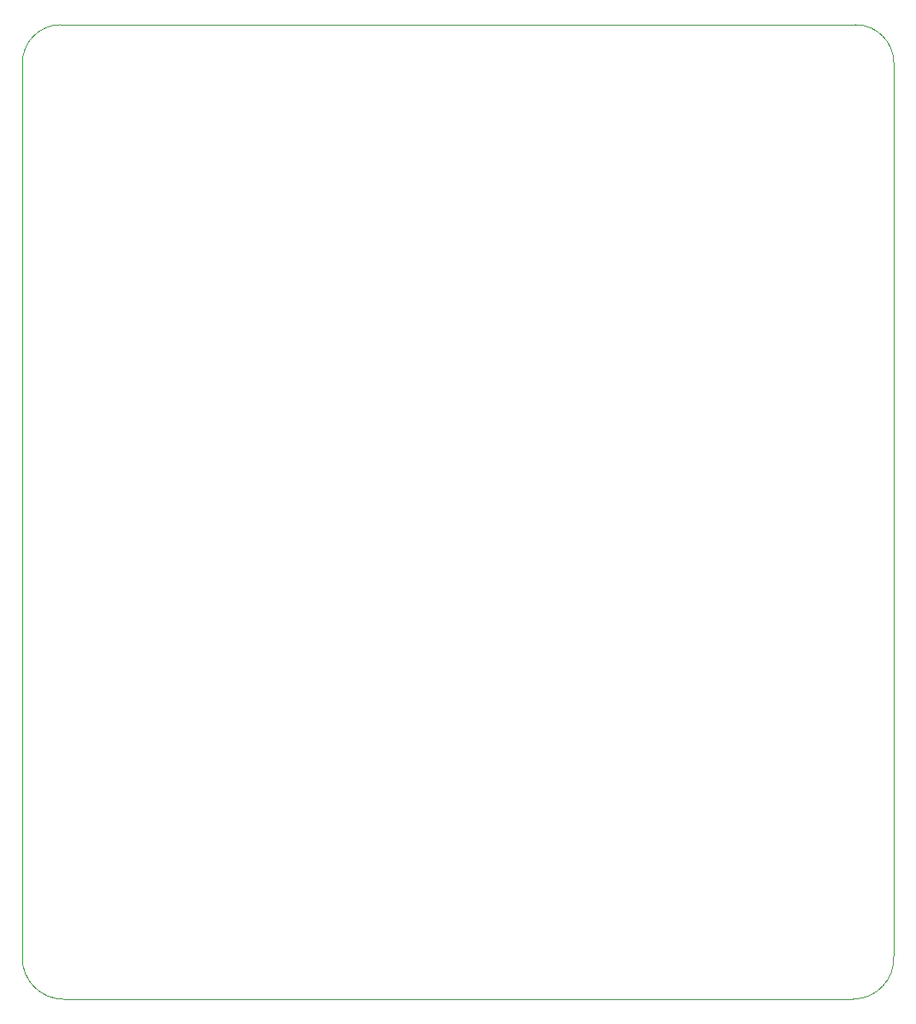
<source format=gbr>
G04 #@! TF.GenerationSoftware,KiCad,Pcbnew,5.1.6-c6e7f7d~86~ubuntu19.10.1*
G04 #@! TF.CreationDate,2020-05-21T12:39:08+02:00*
G04 #@! TF.ProjectId,MicroDroplet,4d696372-6f44-4726-9f70-6c65742e6b69,rev?*
G04 #@! TF.SameCoordinates,Original*
G04 #@! TF.FileFunction,Profile,NP*
%FSLAX46Y46*%
G04 Gerber Fmt 4.6, Leading zero omitted, Abs format (unit mm)*
G04 Created by KiCad (PCBNEW 5.1.6-c6e7f7d~86~ubuntu19.10.1) date 2020-05-21 12:39:08*
%MOMM*%
%LPD*%
G01*
G04 APERTURE LIST*
G04 #@! TA.AperFunction,Profile*
%ADD10C,0.100000*%
G04 #@! TD*
G04 APERTURE END LIST*
D10*
X168402000Y-72898000D02*
G75*
G02*
X172212000Y-76708000I0J-3810000D01*
G01*
X85852000Y-76708000D02*
G75*
G02*
X89662000Y-72898000I3810000J0D01*
G01*
X89916000Y-169418000D02*
G75*
G02*
X85852000Y-165354000I0J4064000D01*
G01*
X172204086Y-165100495D02*
G75*
G02*
X168148000Y-169418000I-4056086J-253505D01*
G01*
X85852000Y-165354000D02*
X85852000Y-76708000D01*
X168148000Y-169418000D02*
X89916000Y-169418000D01*
X172212000Y-76708000D02*
X172204086Y-165100495D01*
X89662000Y-72898000D02*
X168402000Y-72898000D01*
M02*

</source>
